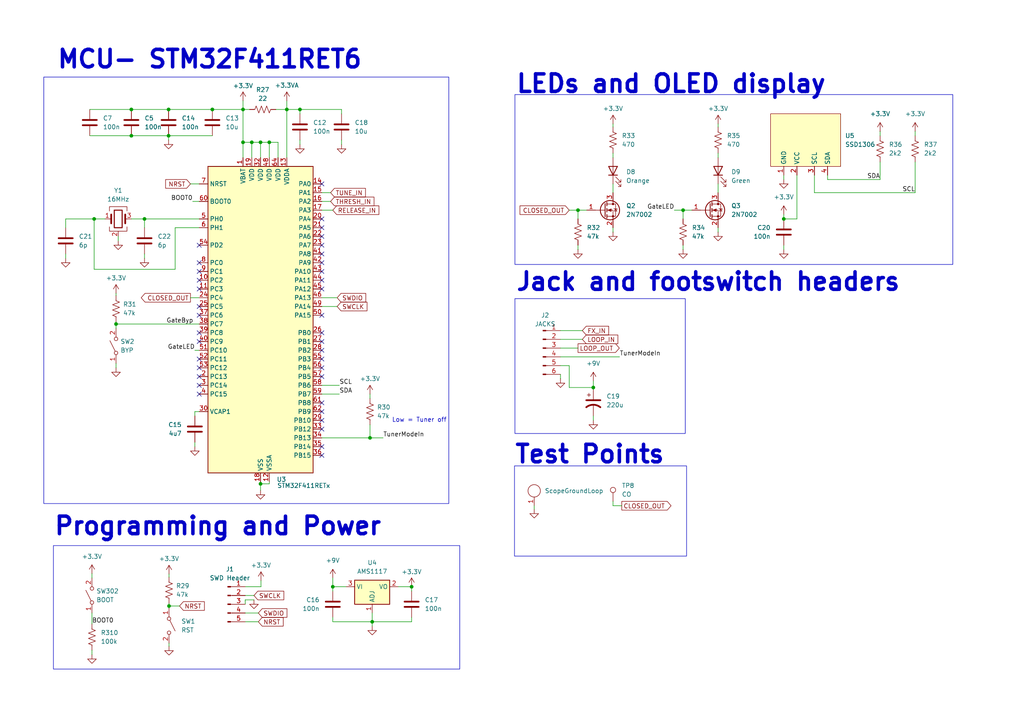
<source format=kicad_sch>
(kicad_sch (version 20250114) (generator "eeschema") (generator_version "9.0")
  (paper "A4")
  (lib_symbols
    (symbol "+3.3V_1" (power) (pin_numbers (hide yes)) (pin_names (offset 0) (hide yes))
      (property "Value" "+3.3V" (at 0 3.556 0))
      (symbol "+3.3V_1_0_1"
        (polyline (pts (xy -0.762 1.27) (xy 0 2.54)))
        (polyline (pts (xy 0 2.54) (xy 0.762 1.27)))
        (polyline (pts (xy 0 0) (xy 0 2.54)))
      )
      (symbol "+3.3V_1_1_1"
        (pin power_in line (at 0 0 90) (length 0) (name "~") (number "1"))
      )
    )
    (symbol "Connector:Conn_01x05_Pin" (pin_names (offset 1.016) (hide yes))
      (property "Reference" "J" (at 0 7.62 0))
      (property "Value" "Conn_01x05_Pin" (at 0 -7.62 0))
      (symbol "Conn_01x05_Pin_1_1"
        (rectangle (start 0.8636 5.207) (end 0 4.953) (stroke (width 0.1524)) (fill (type outline)))
        (rectangle (start 0.8636 2.667) (end 0 2.413) (stroke (width 0.1524)) (fill (type outline)))
        (rectangle (start 0.8636 0.127) (end 0 -0.127) (stroke (width 0.1524)) (fill (type outline)))
        (rectangle (start 0.8636 -2.413) (end 0 -2.667) (stroke (width 0.1524)) (fill (type outline)))
        (rectangle (start 0.8636 -4.953) (end 0 -5.207) (stroke (width 0.1524)) (fill (type outline)))
        (polyline (pts (xy 1.27 5.08) (xy 0.8636 5.08)) (stroke (width 0.1524)))
        (polyline (pts (xy 1.27 2.54) (xy 0.8636 2.54)) (stroke (width 0.1524)))
        (polyline (pts (xy 1.27 0) (xy 0.8636 0)) (stroke (width 0.1524)))
        (polyline (pts (xy 1.27 -2.54) (xy 0.8636 -2.54)) (stroke (width 0.1524)))
        (polyline (pts (xy 1.27 -5.08) (xy 0.8636 -5.08)) (stroke (width 0.1524)))
        (pin passive line (at 5.08 5.08 180) (length 3.81) (name "Pin_1") (number "1"))
        (pin passive line (at 5.08 2.54 180) (length 3.81) (name "Pin_2") (number "2"))
        (pin passive line (at 5.08 0 180) (length 3.81) (name "Pin_3") (number "3"))
        (pin passive line (at 5.08 -2.54 180) (length 3.81) (name "Pin_4") (number "4"))
        (pin passive line (at 5.08 -5.08 180) (length 3.81) (name "Pin_5") (number "5"))
      )
    )
    (symbol "Connector:Conn_01x06_Pin" (pin_names (offset 1.016) (hide yes))
      (property "Reference" "J" (at 0 7.62 0))
      (property "Value" "Conn_01x06_Pin" (at 0 -10.16 0))
      (symbol "Conn_01x06_Pin_1_1"
        (rectangle (start 0.8636 5.207) (end 0 4.953) (stroke (width 0.1524)) (fill (type outline)))
        (rectangle (start 0.8636 2.667) (end 0 2.413) (stroke (width 0.1524)) (fill (type outline)))
        (rectangle (start 0.8636 0.127) (end 0 -0.127) (stroke (width 0.1524)) (fill (type outline)))
        (rectangle (start 0.8636 -2.413) (end 0 -2.667) (stroke (width 0.1524)) (fill (type outline)))
        (rectangle (start 0.8636 -4.953) (end 0 -5.207) (stroke (width 0.1524)) (fill (type outline)))
        (rectangle (start 0.8636 -7.493) (end 0 -7.747) (stroke (width 0.1524)) (fill (type outline)))
        (polyline (pts (xy 1.27 5.08) (xy 0.8636 5.08)) (stroke (width 0.1524)))
        (polyline (pts (xy 1.27 2.54) (xy 0.8636 2.54)) (stroke (width 0.1524)))
        (polyline (pts (xy 1.27 0) (xy 0.8636 0)) (stroke (width 0.1524)))
        (polyline (pts (xy 1.27 -2.54) (xy 0.8636 -2.54)) (stroke (width 0.1524)))
        (polyline (pts (xy 1.27 -5.08) (xy 0.8636 -5.08)) (stroke (width 0.1524)))
        (polyline (pts (xy 1.27 -7.62) (xy 0.8636 -7.62)) (stroke (width 0.1524)))
        (pin passive line (at 5.08 5.08 180) (length 3.81) (name "Pin_1") (number "1"))
        (pin passive line (at 5.08 2.54 180) (length 3.81) (name "Pin_2") (number "2"))
        (pin passive line (at 5.08 0 180) (length 3.81) (name "Pin_3") (number "3"))
        (pin passive line (at 5.08 -2.54 180) (length 3.81) (name "Pin_4") (number "4"))
        (pin passive line (at 5.08 -5.08 180) (length 3.81) (name "Pin_5") (number "5"))
        (pin passive line (at 5.08 -7.62 180) (length 3.81) (name "Pin_6") (number "6"))
      )
    )
    (symbol "Connector:ScopeGroundLoop"
      (property "Value" "ScopeGroundLoop" (at 0 0 0))
      (symbol "ScopeGroundLoop_0_1"
        (circle (center 0 -3.3) (radius 1.8))
      )
      (symbol "ScopeGroundLoop_1_1"
        (pin passive line (at 0 -7.62 90) (length 2.54) (name "") (number "1"))
      )
    )
    (symbol "Connector:TestPoint" (pin_numbers (hide yes)) (pin_names (offset 0.762) (hide yes)) (in_bom no)
      (property "Reference" "TP" (at 0 6.858 0))
      (property "Value" "TestPoint" (at 0 5.08 0))
      (symbol "TestPoint_0_1"
        (circle (center 0 3.302) (radius 0.762))
      )
      (symbol "TestPoint_1_1"
        (pin passive line (at 0 0 90) (length 2.54) (name "1") (number "1"))
      )
    )
    (symbol "Device:C" (pin_numbers (hide yes)) (pin_names (offset 0.254))
      (property "Reference" "C" (at 0.635 2.54 0))
      (property "Value" "C" (at 0.635 -2.54 0))
      (symbol "C_0_1"
        (polyline (pts (xy -2.032 0.762) (xy 2.032 0.762)) (stroke (width 0.508)))
        (polyline (pts (xy -2.032 -0.762) (xy 2.032 -0.762)) (stroke (width 0.508)))
      )
      (symbol "C_1_1"
        (pin passive line (at 0 3.81 270) (length 2.794) (name "~") (number "1"))
        (pin passive line (at 0 -3.81 90) (length 2.794) (name "~") (number "2"))
      )
    )
    (symbol "Device:C_Polarized_US" (pin_numbers (hide yes)) (pin_names (offset 0.254) (hide yes))
      (property "Reference" "C" (at 0.635 2.54 0))
      (property "Value" "C_Polarized_US" (at 0.635 -2.54 0))
      (symbol "C_Polarized_US_0_1"
        (polyline (pts (xy -2.032 0.762) (xy 2.032 0.762)) (stroke (width 0.508)))
        (polyline (pts (xy -1.778 2.286) (xy -0.762 2.286)))
        (polyline (pts (xy -1.27 1.778) (xy -1.27 2.794)))
        (arc (start -2.032 -1.27) (mid 0 -0.5572) (end 2.032 -1.27) (stroke (width 0.508)))
      )
      (symbol "C_Polarized_US_1_1"
        (pin passive line (at 0 3.81 270) (length 2.794) (name "~") (number "1"))
        (pin passive line (at 0 -3.81 90) (length 3.302) (name "~") (number "2"))
      )
    )
    (symbol "Device:Crystal_GND24" (pin_names (offset 1.016) (hide yes))
      (property "Reference" "Y" (at 3.175 5.08 0))
      (property "Value" "Crystal_GND24" (at 3.175 3.175 0))
      (symbol "Crystal_GND24_0_1"
        (polyline (pts (xy -2.54 2.286) (xy -2.54 3.556) (xy 2.54 3.556) (xy 2.54 2.286)))
        (polyline (pts (xy -2.54 0) (xy -2.032 0)))
        (polyline (pts (xy -2.54 -2.286) (xy -2.54 -3.556) (xy 2.54 -3.556) (xy 2.54 -2.286)))
        (polyline (pts (xy -2.032 -1.27) (xy -2.032 1.27)) (stroke (width 0.508)))
        (rectangle (start -1.143 2.54) (end 1.143 -2.54) (stroke (width 0.3048)))
        (polyline (pts (xy 0 -3.81) (xy 0 -3.556)))
        (polyline (pts (xy 2.032 0) (xy 2.54 0)))
        (polyline (pts (xy 2.032 -1.27) (xy 2.032 1.27)) (stroke (width 0.508)))
      )
      (symbol "Crystal_GND24_1_1"
        (pin passive line (at -3.81 0 0) (length 1.27) (name "1") (number "1"))
        (pin passive line (at 0 -5.08 90) (length 1.27) (name "G") (number "2"))
        (pin passive line (at 0 -5.08 90) (length 1.27) (hide yes) (name "G") (number "4"))
        (pin passive line (at 3.81 0 180) (length 1.27) (name "3") (number "3"))
      )
    )
    (symbol "Device:LED" (pin_numbers (hide yes)) (pin_names (offset 1.016) (hide yes))
      (property "Reference" "D" (at 0 2.54 0))
      (property "Value" "LED" (at 0 -2.54 0))
      (symbol "LED_0_1"
        (polyline (pts (xy -3.048 -0.762) (xy -4.572 -2.286) (xy -3.81 -2.286) (xy -4.572 -2.286) (xy -4.572 -1.524)))
        (polyline (pts (xy -1.778 -0.762) (xy -3.302 -2.286) (xy -2.54 -2.286) (xy -3.302 -2.286) (xy -3.302 -1.524)))
        (polyline (pts (xy -1.27 0) (xy 1.27 0)))
        (polyline (pts (xy -1.27 -1.27) (xy -1.27 1.27)) (stroke (width 0.254)))
        (polyline (pts (xy 1.27 -1.27) (xy 1.27 1.27) (xy -1.27 0) (xy 1.27 -1.27)) (stroke (width 0.254)))
      )
      (symbol "LED_1_1"
        (pin passive line (at -3.81 0 0) (length 2.54) (name "K") (number "1"))
        (pin passive line (at 3.81 0 180) (length 2.54) (name "A") (number "2"))
      )
    )
    (symbol "Device:R_US" (pin_numbers (hide yes)) (pin_names (offset 0))
      (property "Reference" "R" (at 2.54 0 90))
      (property "Value" "R_US" (at -2.54 0 90))
      (symbol "R_US_0_1"
        (polyline (pts (xy 0 2.286) (xy 0 2.54)))
        (polyline (pts (xy 0 2.286) (xy 1.016 1.905) (xy 0 1.524) (xy -1.016 1.143) (xy 0 0.762)))
        (polyline (pts (xy 0 0.762) (xy 1.016 0.381) (xy 0 0) (xy -1.016 -0.381) (xy 0 -0.762)))
        (polyline (pts (xy 0 -0.762) (xy 1.016 -1.143) (xy 0 -1.524) (xy -1.016 -1.905) (xy 0 -2.286)))
        (polyline (pts (xy 0 -2.286) (xy 0 -2.54)))
      )
      (symbol "R_US_1_1"
        (pin passive line (at 0 3.81 270) (length 1.27) (name "~") (number "1"))
        (pin passive line (at 0 -3.81 90) (length 1.27) (name "~") (number "2"))
      )
    )
    (symbol "Display_Graphic:SSD1306_OLED_128x64"
      (property "Reference" "U105" (at 11.43 -5.08 0))
      (property "Value" "SSD1306" (at 0 0 0))
      (symbol "SSD1306_OLED_128x64_1_1"
        (rectangle (start -10.16 2.54) (end 10.16 -12.7) (fill (type background)))
        (pin power_in line (at -6.35 -15.24 90) (length 2.54) (name "GND") (number "1"))
        (pin power_in line (at -2.54 -15.24 90) (length 2.54) (name "VCC") (number "2"))
        (pin input line (at 2.54 -15.24 90) (length 2.54) (name "SCL") (number "3"))
        (pin input line (at 6.35 -15.24 90) (length 2.54) (name "SDA") (number "4"))
      )
    )
    (symbol "GND_1" (power) (pin_numbers (hide yes)) (pin_names (offset 0) (hide yes))
      (symbol "GND_1_0_1"
        (polyline (pts (xy 0 0) (xy 0 -1.27) (xy 1.27 -1.27) (xy 0 -2.54) (xy -1.27 -1.27) (xy 0 -1.27)))
      )
      (symbol "GND_1_1_1"
        (pin power_in line (at 0 0 270) (length 0) (name "~") (number "1"))
      )
    )
    (symbol "MCU_ST_STM32F4:STM32F411RETx"
      (property "Reference" "U" (at -15.24 46.99 0))
      (property "Value" "STM32F411RETx" (at 10.16 46.99 0))
      (symbol "STM32F411RETx_0_1"
        (rectangle (start -15.24 -43.18) (end 15.24 45.72) (stroke (width 0.254)) (fill (type background)))
      )
      (symbol "STM32F411RETx_1_1"
        (pin input line (at -17.78 40.64 0) (length 2.54) (name "NRST") (number "7"))
        (pin input line (at -17.78 35.56 0) (length 2.54) (name "BOOT0") (number "60"))
        (pin bidirectional line (at -17.78 30.48 0) (length 2.54) (name "PH0") (number "5"))
        (pin bidirectional line (at -17.78 27.94 0) (length 2.54) (name "PH1") (number "6"))
        (pin bidirectional line (at -17.78 22.86 0) (length 2.54) (name "PD2") (number "54"))
        (pin bidirectional line (at -17.78 17.78 0) (length 2.54) (name "PC0") (number "8"))
        (pin bidirectional line (at -17.78 15.24 0) (length 2.54) (name "PC1") (number "9"))
        (pin bidirectional line (at -17.78 12.7 0) (length 2.54) (name "PC2") (number "10"))
        (pin bidirectional line (at -17.78 10.16 0) (length 2.54) (name "PC3") (number "11"))
        (pin bidirectional line (at -17.78 7.62 0) (length 2.54) (name "PC4") (number "24"))
        (pin bidirectional line (at -17.78 5.08 0) (length 2.54) (name "PC5") (number "25"))
        (pin bidirectional line (at -17.78 2.54 0) (length 2.54) (name "PC6") (number "37"))
        (pin bidirectional line (at -17.78 0 0) (length 2.54) (name "PC7") (number "38"))
        (pin bidirectional line (at -17.78 -2.54 0) (length 2.54) (name "PC8") (number "39"))
        (pin bidirectional line (at -17.78 -5.08 0) (length 2.54) (name "PC9") (number "40"))
        (pin bidirectional line (at -17.78 -7.62 0) (length 2.54) (name "PC10") (number "51"))
        (pin bidirectional line (at -17.78 -10.16 0) (length 2.54) (name "PC11") (number "52"))
        (pin bidirectional line (at -17.78 -12.7 0) (length 2.54) (name "PC12") (number "53"))
        (pin bidirectional line (at -17.78 -15.24 0) (length 2.54) (name "PC13") (number "2"))
        (pin bidirectional line (at -17.78 -17.78 0) (length 2.54) (name "PC14") (number "3"))
        (pin bidirectional line (at -17.78 -20.32 0) (length 2.54) (name "PC15") (number "4"))
        (pin power_out line (at -17.78 -25.4 0) (length 2.54) (name "VCAP1") (number "30"))
        (pin power_in line (at -5.08 48.26 270) (length 2.54) (name "VBAT") (number "1"))
        (pin power_in line (at -2.54 48.26 270) (length 2.54) (name "VDD") (number "19"))
        (pin power_in line (at 0 48.26 270) (length 2.54) (name "VDD") (number "32"))
        (pin power_in line (at 0 -45.72 90) (length 2.54) (name "VSS") (number "18"))
        (pin passive line (at 0 -45.72 90) (length 2.54) (hide yes) (name "VSS") (number "31"))
        (pin passive line (at 0 -45.72 90) (length 2.54) (hide yes) (name "VSS") (number "47"))
        (pin passive line (at 0 -45.72 90) (length 2.54) (hide yes) (name "VSS") (number "63"))
        (pin power_in line (at 2.54 48.26 270) (length 2.54) (name "VDD") (number "48"))
        (pin power_in line (at 2.54 -45.72 90) (length 2.54) (name "VSSA") (number "12"))
        (pin power_in line (at 5.08 48.26 270) (length 2.54) (name "VDD") (number "64"))
        (pin power_in line (at 7.62 48.26 270) (length 2.54) (name "VDDA") (number "13"))
        (pin bidirectional line (at 17.78 40.64 180) (length 2.54) (name "PA0") (number "14"))
        (pin bidirectional line (at 17.78 38.1 180) (length 2.54) (name "PA1") (number "15"))
        (pin bidirectional line (at 17.78 35.56 180) (length 2.54) (name "PA2") (number "16"))
        (pin bidirectional line (at 17.78 33.02 180) (length 2.54) (name "PA3") (number "17"))
        (pin bidirectional line (at 17.78 30.48 180) (length 2.54) (name "PA4") (number "20"))
        (pin bidirectional line (at 17.78 27.94 180) (length 2.54) (name "PA5") (number "21"))
        (pin bidirectional line (at 17.78 25.4 180) (length 2.54) (name "PA6") (number "22"))
        (pin bidirectional line (at 17.78 22.86 180) (length 2.54) (name "PA7") (number "23"))
        (pin bidirectional line (at 17.78 20.32 180) (length 2.54) (name "PA8") (number "41"))
        (pin bidirectional line (at 17.78 17.78 180) (length 2.54) (name "PA9") (number "42"))
        (pin bidirectional line (at 17.78 15.24 180) (length 2.54) (name "PA10") (number "43"))
        (pin bidirectional line (at 17.78 12.7 180) (length 2.54) (name "PA11") (number "44"))
        (pin bidirectional line (at 17.78 10.16 180) (length 2.54) (name "PA12") (number "45"))
        (pin bidirectional line (at 17.78 7.62 180) (length 2.54) (name "PA13") (number "46"))
        (pin bidirectional line (at 17.78 5.08 180) (length 2.54) (name "PA14") (number "49"))
        (pin bidirectional line (at 17.78 2.54 180) (length 2.54) (name "PA15") (number "50"))
        (pin bidirectional line (at 17.78 -2.54 180) (length 2.54) (name "PB0") (number "26"))
        (pin bidirectional line (at 17.78 -5.08 180) (length 2.54) (name "PB1") (number "27"))
        (pin bidirectional line (at 17.78 -7.62 180) (length 2.54) (name "PB2") (number "28"))
        (pin bidirectional line (at 17.78 -10.16 180) (length 2.54) (name "PB3") (number "55"))
        (pin bidirectional line (at 17.78 -12.7 180) (length 2.54) (name "PB4") (number "56"))
        (pin bidirectional line (at 17.78 -15.24 180) (length 2.54) (name "PB5") (number "57"))
        (pin bidirectional line (at 17.78 -17.78 180) (length 2.54) (name "PB6") (number "58"))
        (pin bidirectional line (at 17.78 -20.32 180) (length 2.54) (name "PB7") (number "59"))
        (pin bidirectional line (at 17.78 -22.86 180) (length 2.54) (name "PB8") (number "61"))
        (pin bidirectional line (at 17.78 -25.4 180) (length 2.54) (name "PB9") (number "62"))
        (pin bidirectional line (at 17.78 -27.94 180) (length 2.54) (name "PB10") (number "29"))
        (pin bidirectional line (at 17.78 -30.48 180) (length 2.54) (name "PB12") (number "33"))
        (pin bidirectional line (at 17.78 -33.02 180) (length 2.54) (name "PB13") (number "34"))
        (pin bidirectional line (at 17.78 -35.56 180) (length 2.54) (name "PB14") (number "35"))
        (pin bidirectional line (at 17.78 -38.1 180) (length 2.54) (name "PB15") (number "36"))
      )
    )
    (symbol "PCM_4ms_Power-symbol:+9V" (power) (pin_names (offset 0))
      (property "Value" "+9V" (at 0 3.556 0))
      (symbol "+9V_0_1"
        (polyline (pts (xy -0.762 1.27) (xy 0 2.54)))
        (polyline (pts (xy 0 2.54) (xy 0.762 1.27)))
        (polyline (pts (xy 0 0) (xy 0 2.54)))
      )
      (symbol "+9V_1_1"
        (pin power_in line (at 0 0 90) (length 0) (hide yes) (name "+9V") (number "1"))
      )
    )
    (symbol "Regulator_Linear:AMS1117"
      (property "Reference" "U" (at -3.81 3.175 0))
      (property "Value" "AMS1117" (at 0 3.175 0))
      (symbol "AMS1117_0_1"
        (rectangle (start -5.08 -5.08) (end 5.08 1.905) (stroke (width 0.254)) (fill (type background)))
      )
      (symbol "AMS1117_1_1"
        (pin power_in line (at -7.62 0 0) (length 2.54) (name "VI") (number "3"))
        (pin input line (at 0 -7.62 90) (length 2.54) (name "ADJ") (number "1"))
        (pin power_out line (at 7.62 0 180) (length 2.54) (name "VO") (number "2"))
      )
    )
    (symbol "Switch:SW_SPST" (pin_names (offset 0) (hide yes))
      (property "Reference" "SW" (at 0 3.175 0))
      (property "Value" "SW_SPST" (at 0 -2.54 0))
      (symbol "SW_SPST_0_0"
        (circle (center -2.032 0) (radius 0.508))
        (polyline (pts (xy -1.524 0.254) (xy 1.524 1.778)))
        (circle (center 2.032 0) (radius 0.508))
      )
      (symbol "SW_SPST_1_1"
        (pin passive line (at -5.08 0 0) (length 2.54) (name "A") (number "1"))
        (pin passive line (at 5.08 0 180) (length 2.54) (name "B") (number "2"))
      )
    )
    (symbol "Transistor_FET:2N7002" (pin_names (hide yes))
      (property "Reference" "Q" (at 5.08 1.905 0))
      (property "Value" "2N7002" (at 5.08 0 0))
      (symbol "2N7002_0_1"
        (polyline (pts (xy 0.254 1.905) (xy 0.254 -1.905)) (stroke (width 0.254)))
        (polyline (pts (xy 0.254 0) (xy -2.54 0)))
        (polyline (pts (xy 0.762 2.286) (xy 0.762 1.27)) (stroke (width 0.254)))
        (polyline (pts (xy 0.762 0.508) (xy 0.762 -0.508)) (stroke (width 0.254)))
        (polyline (pts (xy 0.762 -1.27) (xy 0.762 -2.286)) (stroke (width 0.254)))
        (polyline (pts (xy 0.762 -1.778) (xy 3.302 -1.778) (xy 3.302 1.778) (xy 0.762 1.778)))
        (polyline (pts (xy 1.016 0) (xy 2.032 0.381) (xy 2.032 -0.381) (xy 1.016 0)) (fill (type outline)))
        (circle (center 1.651 0) (radius 2.794) (stroke (width 0.254)))
        (polyline (pts (xy 2.54 2.54) (xy 2.54 1.778)))
        (circle (center 2.54 1.778) (radius 0.254) (fill (type outline)))
        (circle (center 2.54 -1.778) (radius 0.254) (fill (type outline)))
        (polyline (pts (xy 2.54 -2.54) (xy 2.54 0) (xy 0.762 0)))
        (polyline (pts (xy 2.794 0.508) (xy 2.921 0.381) (xy 3.683 0.381) (xy 3.81 0.254)))
        (polyline (pts (xy 3.302 0.381) (xy 2.921 -0.254) (xy 3.683 -0.254) (xy 3.302 0.381)))
      )
      (symbol "2N7002_1_1"
        (pin input line (at -5.08 0 0) (length 2.54) (name "G") (number "1"))
        (pin passive line (at 2.54 5.08 270) (length 2.54) (name "D") (number "3"))
        (pin passive line (at 2.54 -5.08 90) (length 2.54) (name "S") (number "2"))
      )
    )
    (symbol "power:+3.3V" (power) (pin_names (offset 0))
      (property "Value" "+3.3V" (at 0 3.556 0))
      (symbol "+3.3V_0_1"
        (polyline (pts (xy -0.762 1.27) (xy 0 2.54)))
        (polyline (pts (xy 0 2.54) (xy 0.762 1.27)))
        (polyline (pts (xy 0 0) (xy 0 2.54)))
      )
      (symbol "+3.3V_1_1"
        (pin power_in line (at 0 0 90) (length 0) (hide yes) (name "+3.3V") (number "1"))
      )
    )
    (symbol "power:+3.3VA" (power) (pin_numbers (hide yes)) (pin_names (offset 0) (hide yes))
      (property "Value" "+3.3VA" (at 0 3.556 0))
      (symbol "+3.3VA_0_1"
        (polyline (pts (xy -0.762 1.27) (xy 0 2.54)))
        (polyline (pts (xy 0 2.54) (xy 0.762 1.27)))
        (polyline (pts (xy 0 0) (xy 0 2.54)))
      )
      (symbol "+3.3VA_1_1"
        (pin power_in line (at 0 0 90) (length 0) (name "~") (number "1"))
      )
    )
    (symbol "power:GND" (power) (pin_names (offset 0))
      (symbol "GND_0_1"
        (polyline (pts (xy 0 0) (xy 0 -1.27) (xy 1.27 -1.27) (xy 0 -2.54) (xy -1.27 -1.27) (xy 0 -1.27)))
      )
      (symbol "GND_1_1"
        (pin power_in line (at 0 0 270) (length 0) (hide yes) (name "GND") (number "1"))
      )
    )
  )
  (rectangle (start 12.7 22.352) (end 130.175 146.05))
  (rectangle (start 149.352 27.432) (end 276.352 76.708))
  (rectangle (start 15.494 158.242) (end 133.35 194.056))
  (rectangle (start 149.225 135.128) (end 199.136 161.29))
  (rectangle (start 149.352 86.614) (end 198.755 125.73))
  (text "LEDs and OLED display" (at 149.352 27.432 0) (effects (font (size 5.08 5.08) (thickness 1.016) (bold yes)) (justify left bottom)))
  (text "Jack and footswitch headers" (at 149.352 84.836 0) (effects (font (size 5.08 5.08) (thickness 1.016) (bold yes)) (justify left bottom)))
  (text "Programming and Power" (at 15.367 155.702 0) (effects (font (size 5.08 5.08) (thickness 1.016) (bold yes)) (justify left bottom)))
  (text "Low = Tuner off" (at 113.665 121.92 0) (effects (font (size 1.27 1.27)) (justify left)))
  (text "MCU- STM32F411RET6" (at 16.256 20.32 0) (effects (font (size 5.08 5.08) (thickness 1.016) (bold yes)) (justify left bottom)))
  (text "Test Points" (at 148.971 134.874 0) (effects (font (size 5.08 5.08) (thickness 1.016) (bold yes)) (justify left bottom)))
  (junction (at 198.12 60.96))
  (junction (at 96.52 170.18))
  (junction (at 107.315 127))
  (junction (at 75.565 41.275))
  (junction (at 49.022 175.768))
  (junction (at 48.895 31.75))
  (junction (at 70.485 41.275))
  (junction (at 75.565 140.335))
  (junction (at 83.185 31.75))
  (junction (at 27.305 63.5))
  (junction (at 73.025 41.275))
  (junction (at 48.895 39.37))
  (junction (at 107.95 180.34))
  (junction (at 70.485 31.75))
  (junction (at 33.655 93.98))
  (junction (at 61.595 31.75))
  (junction (at 38.1 39.37))
  (junction (at 38.1 31.75))
  (junction (at 172.085 112.395))
  (junction (at 227.33 63.5))
  (junction (at 119.38 170.18))
  (junction (at 41.91 63.5))
  (junction (at 78.105 41.275))
  (junction (at 86.995 31.75))
  (junction (at 167.64 60.96))
  (no_connect (at 57.785 71.12))
  (no_connect (at 57.785 111.76))
  (no_connect (at 93.345 78.74))
  (no_connect (at 93.345 99.06))
  (no_connect (at 93.345 71.12))
  (no_connect (at 57.785 109.22))
  (no_connect (at 93.345 91.44))
  (no_connect (at 93.345 129.54))
  (no_connect (at 57.785 91.44))
  (no_connect (at 93.345 116.84))
  (no_connect (at 93.345 63.5))
  (no_connect (at 93.345 68.58))
  (no_connect (at 93.345 106.68))
  (no_connect (at 57.785 114.3))
  (no_connect (at 57.785 81.28))
  (no_connect (at 57.785 88.9))
  (no_connect (at 57.785 106.68))
  (no_connect (at 93.345 104.14))
  (no_connect (at 93.345 109.22))
  (no_connect (at 57.785 96.52))
  (no_connect (at 93.345 124.46))
  (no_connect (at 93.345 101.6))
  (no_connect (at 57.785 99.06))
  (no_connect (at 57.785 76.2))
  (no_connect (at 93.345 119.38))
  (no_connect (at 93.345 73.66))
  (no_connect (at 93.345 53.34))
  (no_connect (at 93.345 76.2))
  (no_connect (at 93.345 83.82))
  (no_connect (at 57.785 83.82))
  (no_connect (at 57.785 78.74))
  (no_connect (at 93.345 96.52))
  (no_connect (at 57.785 104.14))
  (no_connect (at 93.345 66.04))
  (no_connect (at 93.345 81.28))
  (no_connect (at 93.345 121.92))
  (no_connect (at 93.345 132.08))
  (wire (pts (xy 179.705 103.505) (xy 162.56 103.505)))
  (wire (pts (xy 208.28 35.941) (xy 208.28 36.83)))
  (wire (pts (xy 56.515 101.6) (xy 57.785 101.6)))
  (wire (pts (xy 61.595 39.37) (xy 48.895 39.37)))
  (wire (pts (xy 154.94 146.685) (xy 154.94 147.701)))
  (wire (pts (xy 33.655 93.345) (xy 33.655 93.98)))
  (wire (pts (xy 107.315 114.3) (xy 107.315 115.57)))
  (wire (pts (xy 167.64 60.96) (xy 170.18 60.96)))
  (wire (pts (xy 162.56 100.965) (xy 167.64 100.965)))
  (wire (pts (xy 70.485 29.21) (xy 70.485 31.75)))
  (wire (pts (xy 80.645 45.72) (xy 80.645 41.275)))
  (wire (pts (xy 86.995 31.75) (xy 83.185 31.75)))
  (wire (pts (xy 86.995 33.02) (xy 86.995 31.75)))
  (wire (pts (xy 57.785 86.36) (xy 55.245 86.36)))
  (wire (pts (xy 41.91 63.5) (xy 57.785 63.5)))
  (wire (pts (xy 177.8 35.941) (xy 177.8 36.83)))
  (wire (pts (xy 227.33 50.8) (xy 227.33 52.07)))
  (wire (pts (xy 19.05 66.04) (xy 19.05 63.5)))
  (wire (pts (xy 33.655 105.41) (xy 33.655 106.68)))
  (wire (pts (xy 70.485 31.75) (xy 70.485 41.275)))
  (wire (pts (xy 34.29 68.58) (xy 34.29 69.85)))
  (wire (pts (xy 208.28 66.04) (xy 208.28 67.31)))
  (wire (pts (xy 177.8 146.685) (xy 177.8 145.415)))
  (wire (pts (xy 38.1 39.37) (xy 48.895 39.37)))
  (wire (pts (xy 172.085 120.65) (xy 172.085 121.92)))
  (wire (pts (xy 78.105 139.7) (xy 78.105 140.335)))
  (wire (pts (xy 83.185 45.72) (xy 83.185 31.75)))
  (wire (pts (xy 236.22 55.88) (xy 236.22 50.8)))
  (wire (pts (xy 172.085 113.03) (xy 172.085 112.395)))
  (wire (pts (xy 119.38 180.34) (xy 119.38 179.07)))
  (wire (pts (xy 240.03 52.07) (xy 255.27 52.07)))
  (wire (pts (xy 26.67 188.595) (xy 26.67 189.865)))
  (wire (pts (xy 19.05 63.5) (xy 27.305 63.5)))
  (wire (pts (xy 75.565 41.275) (xy 75.565 45.72)))
  (wire (pts (xy 55.245 53.34) (xy 57.785 53.34)))
  (wire (pts (xy 73.025 41.275) (xy 70.485 41.275)))
  (wire (pts (xy 86.995 40.64) (xy 86.995 41.91)))
  (wire (pts (xy 27.305 78.105) (xy 50.8 78.105)))
  (wire (pts (xy 27.305 63.5) (xy 27.305 78.105)))
  (wire (pts (xy 119.38 170.18) (xy 119.38 171.45)))
  (wire (pts (xy 198.12 60.96) (xy 198.12 63.5)))
  (wire (pts (xy 96.52 179.07) (xy 96.52 180.34)))
  (wire (pts (xy 49.022 186.563) (xy 49.022 187.452)))
  (wire (pts (xy 70.485 31.75) (xy 72.39 31.75)))
  (wire (pts (xy 93.345 55.88) (xy 95.885 55.88)))
  (wire (pts (xy 78.105 140.335) (xy 75.565 140.335)))
  (wire (pts (xy 71.12 180.34) (xy 74.93 180.34)))
  (wire (pts (xy 93.345 127) (xy 107.315 127)))
  (wire (pts (xy 165.1 112.395) (xy 172.085 112.395)))
  (wire (pts (xy 107.315 123.19) (xy 107.315 127)))
  (wire (pts (xy 96.52 180.34) (xy 107.95 180.34)))
  (wire (pts (xy 57.785 119.38) (xy 56.515 119.38)))
  (wire (pts (xy 99.06 33.02) (xy 99.06 31.75)))
  (wire (pts (xy 38.1 63.5) (xy 41.91 63.5)))
  (wire (pts (xy 167.64 71.12) (xy 167.64 72.39)))
  (wire (pts (xy 107.95 180.34) (xy 107.95 181.61)))
  (wire (pts (xy 100.33 170.18) (xy 96.52 170.18)))
  (wire (pts (xy 172.085 112.395) (xy 172.085 110.49)))
  (wire (pts (xy 165.1 106.045) (xy 165.1 112.395)))
  (wire (pts (xy 75.565 140.335) (xy 75.565 142.24)))
  (wire (pts (xy 26.035 39.37) (xy 38.1 39.37)))
  (wire (pts (xy 26.035 31.75) (xy 38.1 31.75)))
  (wire (pts (xy 96.52 170.18) (xy 96.52 171.45)))
  (wire (pts (xy 99.06 40.64) (xy 99.06 41.91)))
  (wire (pts (xy 240.03 50.8) (xy 240.03 52.07)))
  (wire (pts (xy 33.655 93.98) (xy 33.655 95.25)))
  (wire (pts (xy 49.022 166.497) (xy 49.022 167.386)))
  (wire (pts (xy 231.14 50.8) (xy 231.14 63.5)))
  (wire (pts (xy 71.12 173.99) (xy 73.66 173.99)))
  (wire (pts (xy 41.91 63.5) (xy 41.91 66.04)))
  (wire (pts (xy 93.345 88.9) (xy 97.79 88.9)))
  (wire (pts (xy 71.12 175.26) (xy 71.12 173.99)))
  (wire (pts (xy 265.43 38.1) (xy 265.43 39.37)))
  (wire (pts (xy 71.12 177.8) (xy 74.93 177.8)))
  (wire (pts (xy 55.88 58.42) (xy 57.785 58.42)))
  (wire (pts (xy 26.67 166.37) (xy 26.67 167.64)))
  (wire (pts (xy 71.12 170.18) (xy 75.692 170.18)))
  (wire (pts (xy 75.565 139.7) (xy 75.565 140.335)))
  (wire (pts (xy 56.515 119.38) (xy 56.515 120.65)))
  (wire (pts (xy 255.27 38.1) (xy 255.27 39.37)))
  (wire (pts (xy 83.185 31.75) (xy 80.01 31.75)))
  (wire (pts (xy 48.895 39.37) (xy 48.895 40.64)))
  (wire (pts (xy 30.48 63.5) (xy 27.305 63.5)))
  (wire (pts (xy 93.345 114.3) (xy 98.425 114.3)))
  (wire (pts (xy 75.692 170.18) (xy 75.692 168.402)))
  (wire (pts (xy 162.56 106.045) (xy 165.1 106.045)))
  (wire (pts (xy 93.345 111.76) (xy 98.425 111.76)))
  (wire (pts (xy 33.655 85.09) (xy 33.655 85.725)))
  (wire (pts (xy 96.52 167.64) (xy 96.52 170.18)))
  (wire (pts (xy 19.05 73.66) (xy 19.05 74.93)))
  (wire (pts (xy 162.56 95.885) (xy 168.91 95.885)))
  (wire (pts (xy 177.8 53.34) (xy 177.8 55.88)))
  (wire (pts (xy 162.56 108.585) (xy 162.56 109.855)))
  (wire (pts (xy 107.315 127) (xy 111.125 127)))
  (wire (pts (xy 177.8 66.04) (xy 177.8 67.31)))
  (wire (pts (xy 255.27 52.07) (xy 255.27 46.99)))
  (wire (pts (xy 93.345 86.36) (xy 97.79 86.36)))
  (wire (pts (xy 61.595 31.75) (xy 70.485 31.75)))
  (wire (pts (xy 227.33 71.12) (xy 227.33 72.39)))
  (wire (pts (xy 231.14 63.5) (xy 227.33 63.5)))
  (wire (pts (xy 71.12 172.72) (xy 73.66 172.72)))
  (wire (pts (xy 83.185 29.21) (xy 83.185 31.75)))
  (wire (pts (xy 198.12 60.96) (xy 200.66 60.96)))
  (wire (pts (xy 99.06 31.75) (xy 86.995 31.75)))
  (wire (pts (xy 265.43 46.99) (xy 265.43 55.88)))
  (wire (pts (xy 33.655 93.98) (xy 57.785 93.98)))
  (wire (pts (xy 115.57 170.18) (xy 119.38 170.18)))
  (wire (pts (xy 180.34 146.685) (xy 177.8 146.685)))
  (wire (pts (xy 107.95 177.8) (xy 107.95 180.34)))
  (wire (pts (xy 48.895 31.75) (xy 61.595 31.75)))
  (wire (pts (xy 73.025 41.275) (xy 73.025 45.72)))
  (wire (pts (xy 75.565 41.275) (xy 73.025 41.275)))
  (wire (pts (xy 50.8 78.105) (xy 50.8 66.04)))
  (wire (pts (xy 167.64 60.96) (xy 167.64 63.5)))
  (wire (pts (xy 56.515 128.27) (xy 56.515 129.54)))
  (wire (pts (xy 80.645 41.275) (xy 78.105 41.275)))
  (wire (pts (xy 198.12 71.12) (xy 198.12 72.39)))
  (wire (pts (xy 177.8 44.45) (xy 177.8 45.72)))
  (wire (pts (xy 107.95 180.34) (xy 119.38 180.34)))
  (wire (pts (xy 78.105 41.275) (xy 78.105 45.72)))
  (wire (pts (xy 26.67 177.8) (xy 26.67 180.975)))
  (wire (pts (xy 49.022 175.768) (xy 49.022 176.403)))
  (wire (pts (xy 93.345 58.42) (xy 95.885 58.42)))
  (wire (pts (xy 70.485 41.275) (xy 70.485 45.72)))
  (wire (pts (xy 227.33 62.23) (xy 227.33 63.5)))
  (wire (pts (xy 93.345 60.96) (xy 96.52 60.96)))
  (wire (pts (xy 50.8 66.04) (xy 57.785 66.04)))
  (wire (pts (xy 265.43 55.88) (xy 236.22 55.88)))
  (wire (pts (xy 195.58 60.96) (xy 198.12 60.96)))
  (wire (pts (xy 78.105 41.275) (xy 75.565 41.275)))
  (wire (pts (xy 208.28 53.34) (xy 208.28 55.88)))
  (wire (pts (xy 208.28 44.45) (xy 208.28 45.72)))
  (wire (pts (xy 38.1 31.75) (xy 48.895 31.75)))
  (wire (pts (xy 162.56 98.425) (xy 168.91 98.425)))
  (wire (pts (xy 165.1 60.96) (xy 167.64 60.96)))
  (wire (pts (xy 41.91 73.66) (xy 41.91 74.93)))
  (wire (pts (xy 49.022 175.768) (xy 52.07 175.768)))
  (wire (pts (xy 49.022 175.006) (xy 49.022 175.768)))
  (label "SCL" (at 265.43 55.88 180))
  (label "TunerModeIn" (at 111.125 127 0))
  (label "GateByp" (at 48.26 93.98 0))
  (label "BOOT0" (at 55.88 58.42 180))
  (label "SDA" (at 255.27 52.07 180))
  (label "BOOT0" (at 26.67 180.975 0))
  (label "GateLED" (at 56.515 101.6 180))
  (label "TunerModeIn" (at 179.705 103.505 0))
  (label "SDA" (at 98.425 114.3 0))
  (label "GateLED" (at 195.58 60.96 180))
  (label "SCL" (at 98.425 111.76 0))
  (global_label "THRESH_IN" (shape input) (at 95.885 58.42 0) (property "Intersheetrefs" "${INTERSHEET_REFS}" (effects (hide yes))))
  (global_label "TUNE_IN" (shape input) (at 95.885 55.88 0) (property "Intersheetrefs" "${INTERSHEET_REFS}" (effects (hide yes))))
  (global_label "LOOP_IN" (shape input) (at 168.91 98.425 0) (property "Intersheetrefs" "${INTERSHEET_REFS}" (effects (hide yes))))
  (global_label "NRST" (shape input) (at 74.93 180.34 0) (property "Intersheetrefs" "${INTERSHEET_REFS}" (effects (hide yes))))
  (global_label "CLOSED_OUT" (shape input) (at 165.1 60.96 180) (property "Intersheetrefs" "${INTERSHEET_REFS}" (effects (hide yes))))
  (global_label "CLOSED_OUT" (shape output) (at 55.245 86.36 180) (property "Intersheetrefs" "${INTERSHEET_REFS}" (effects (hide yes))))
  (global_label "NRST" (shape input) (at 55.245 53.34 180) (property "Intersheetrefs" "${INTERSHEET_REFS}" (effects (hide yes))))
  (global_label "CLOSED_OUT" (shape output) (at 180.34 146.685 0) (property "Intersheetrefs" "${INTERSHEET_REFS}" (effects (hide yes))))
  (global_label "SWDIO" (shape input) (at 97.79 86.36 0) (property "Intersheetrefs" "${INTERSHEET_REFS}" (effects (hide yes))))
  (global_label "RELEASE_IN" (shape input) (at 96.52 60.96 0) (property "Intersheetrefs" "${INTERSHEET_REFS}" (effects (hide yes))))
  (global_label "LOOP_OUT" (shape output) (at 167.64 100.965 0) (property "Intersheetrefs" "${INTERSHEET_REFS}" (effects (hide yes))))
  (global_label "SWCLK" (shape input) (at 97.79 88.9 0) (property "Intersheetrefs" "${INTERSHEET_REFS}" (effects (hide yes))))
  (global_label "SWDIO" (shape input) (at 74.93 177.8 0) (property "Intersheetrefs" "${INTERSHEET_REFS}" (effects (hide yes))))
  (global_label "FX_IN" (shape input) (at 168.91 95.885 0) (property "Intersheetrefs" "${INTERSHEET_REFS}" (effects (hide yes))))
  (global_label "SWCLK" (shape input) (at 73.66 172.72 0) (property "Intersheetrefs" "${INTERSHEET_REFS}" (effects (hide yes))))
  (global_label "NRST" (shape input) (at 52.07 175.768 0) (property "Intersheetrefs" "${INTERSHEET_REFS}" (effects (hide yes))))
  (symbol (lib_id "Device:C") (at 96.52 175.26 0) (mirror x) (unit 1)
    (property "Reference" "C16" (at 92.71 173.99 0) (effects (justify right)))
    (property "Value" "100n" (at 92.71 176.53 0) (effects (justify right)))
    (property "Footprint" "Capacitor_SMD:C_0805_2012Metric" (effects (hide yes)))
  )
  (symbol (lib_id "Transistor_FET:2N7002") (at 175.26 60.96 0) (unit 1)
    (property "Reference" "Q2" (at 181.61 59.6899 0) (effects (justify left)))
    (property "Value" "2N7002" (at 181.61 62.2299 0) (effects (justify left)))
    (property "Footprint" "Package_TO_SOT_SMD:SOT-23" (effects (hide yes)))
    (property "Datasheet" "https://www.onsemi.com/pub/Collateral/NDS7002A-D.PDF" (effects (hide yes)))
    (property "Description" "0.115A Id, 60V Vds, N-Channel MOSFET, SOT-23" (effects (hide yes)))
  )
  (symbol (lib_name "+3.3V_1") (lib_id "power:+3.3V") (at 255.27 38.1 0) (unit 1)
    (property "Reference" "#PWR049" (effects (hide yes)))
    (property "Value" "+3.3V" (at 255.27 33.02 0))
    (property "Description" "Power symbol creates a global label with name \"+3.3V\"" (effects (hide yes)))
  )
  (symbol (lib_id "power:+3.3VA") (at 83.185 29.21 0) (unit 1)
    (property "Reference" "#PWR020" (effects (hide yes)))
    (property "Value" "+3.3VA" (at 83.185 24.765 0))
    (property "Description" "Power symbol creates a global label with name \"+3.3VA\"" (effects (hide yes)))
  )
  (symbol (lib_id "Device:C") (at 119.38 175.26 180) (unit 1)
    (property "Reference" "C17" (at 123.19 173.99 0) (effects (justify right)))
    (property "Value" "100n" (at 123.19 176.53 0) (effects (justify right)))
    (property "Footprint" "Capacitor_SMD:C_0805_2012Metric" (effects (hide yes)))
  )
  (symbol (lib_id "power:GND") (at 107.95 181.61 0) (unit 1)
    (property "Reference" "#PWR031" (effects (hide yes)))
    (property "Value" "GND" (effects (hide yes)))
  )
  (symbol (lib_id "Device:R_US") (at 49.022 171.196 0) (unit 1)
    (property "Reference" "R29" (at 51.054 169.926 0) (effects (justify left)))
    (property "Value" "47k" (at 51.054 172.466 0) (effects (justify left)))
    (property "Footprint" "Resistor_SMD:R_0805_2012Metric" (effects (hide yes)))
  )
  (symbol (lib_id "PCM_4ms_Power-symbol:+9V") (at 172.085 110.49 0) (unit 1)
    (property "Reference" "#PWR036" (effects (hide yes)))
    (property "Value" "+9V" (at 172.085 105.41 0))
    (property "Description" "Power symbol creates a global label with name \"+9V\"" (effects (hide yes)))
  )
  (symbol (lib_id "Device:C") (at 56.515 124.46 0) (mirror x) (unit 1)
    (property "Reference" "C15" (at 52.705 123.19 0) (effects (justify right)))
    (property "Value" "4u7" (at 52.705 125.73 0) (effects (justify right)))
    (property "Footprint" "Capacitor_SMD:C_0805_2012Metric" (effects (hide yes)))
  )
  (symbol (lib_name "GND_1") (lib_id "power:GND") (at 167.64 72.39 0) (unit 1)
    (property "Reference" "#PWR038" (effects (hide yes)))
    (property "Value" "GND" (effects (hide yes)))
    (property "Description" "Power symbol creates a global label with name \"GND\" , ground" (effects (hide yes)))
  )
  (symbol (lib_name "GND_1") (lib_id "power:GND") (at 177.8 67.31 0) (unit 1)
    (property "Reference" "#PWR040" (effects (hide yes)))
    (property "Value" "GND" (effects (hide yes)))
    (property "Description" "Power symbol creates a global label with name \"GND\" , ground" (effects (hide yes)))
  )
  (symbol (lib_id "power:GND") (at 33.655 106.68 0) (unit 1)
    (property "Reference" "#PWR033" (effects (hide yes)))
    (property "Value" "GND" (effects (hide yes)))
  )
  (symbol (lib_id "Device:R_US") (at 167.64 67.31 180) (unit 1)
    (property "Reference" "R32" (at 170.18 66.0399 0) (effects (justify right)))
    (property "Value" "47k" (at 170.18 68.5799 0) (effects (justify right)))
    (property "Footprint" "Resistor_SMD:R_0805_2012Metric" (effects (hide yes)))
    (property "Description" "Resistor, US symbol" (effects (hide yes)))
  )
  (symbol (lib_id "Connector:ScopeGroundLoop") (at 154.94 139.065 0) (unit 1)
    (property "Reference" "J5" (effects (hide yes)))
    (property "Value" "ScopeGroundLoop" (at 157.988 142.3649 0) (effects (justify left)))
    (property "Footprint" "Connector_Wire:THT_GND_WIRE" (effects (hide yes)))
  )
  (symbol (lib_name "GND_1") (lib_id "power:GND") (at 208.28 67.31 0) (unit 1)
    (property "Reference" "#PWR045" (effects (hide yes)))
    (property "Value" "GND" (effects (hide yes)))
    (property "Description" "Power symbol creates a global label with name \"GND\" , ground" (effects (hide yes)))
  )
  (symbol (lib_id "Connector:Conn_01x05_Pin") (at 66.04 175.26 0) (unit 1)
    (property "Reference" "J1" (at 66.675 165.1 0))
    (property "Value" "SWD Header" (at 66.675 167.64 0))
    (property "Footprint" "Connector_PinHeader_2.54mm:PinHeader_1x05_P2.54mm_Vertical" (effects (hide yes)))
    (property "Description" "Generic connector, single row, 01x05, script generated" (effects (hide yes)))
  )
  (symbol (lib_id "Device:C") (at 86.995 36.83 180) (unit 1)
    (property "Reference" "C12" (at 90.805 35.56 0) (effects (justify right)))
    (property "Value" "100n" (at 90.805 38.1 0) (effects (justify right)))
    (property "Footprint" "Capacitor_SMD:C_0805_2012Metric" (effects (hide yes)))
  )
  (symbol (lib_id "Device:R_US") (at 177.8 40.64 0) (unit 1)
    (property "Reference" "R33" (at 180.34 39.3699 0) (effects (justify left)))
    (property "Value" "470" (at 180.34 41.9099 0) (effects (justify left)))
    (property "Footprint" "Resistor_SMD:R_0805_2012Metric" (effects (hide yes)))
  )
  (symbol (lib_id "Device:R_US") (at 26.67 184.785 0) (unit 1)
    (property "Reference" "R310" (at 29.21 183.515 0) (effects (justify left)))
    (property "Value" "100k" (at 29.21 186.055 0) (effects (justify left)))
    (property "Footprint" "Resistor_SMD:R_0805_2012Metric" (effects (hide yes)))
  )
  (symbol (lib_name "GND_1") (lib_id "power:GND") (at 198.12 72.39 0) (unit 1)
    (property "Reference" "#PWR043" (effects (hide yes)))
    (property "Value" "GND" (effects (hide yes)))
    (property "Description" "Power symbol creates a global label with name \"GND\" , ground" (effects (hide yes)))
  )
  (symbol (lib_id "Device:C") (at 41.91 69.85 180) (unit 1)
    (property "Reference" "C22" (at 45.72 68.58 0) (effects (justify right)))
    (property "Value" "6p" (at 45.72 71.12 0) (effects (justify right)))
    (property "Footprint" "Capacitor_SMD:C_0805_2012Metric" (effects (hide yes)))
  )
  (symbol (lib_id "power:GND") (at 26.67 189.865 0) (mirror y) (unit 1)
    (property "Reference" "#PWR0337" (effects (hide yes)))
    (property "Value" "GND" (effects (hide yes)))
  )
  (symbol (lib_id "Switch:SW_SPST") (at 49.022 181.483 270) (unit 1)
    (property "Reference" "SW1" (at 52.578 180.213 90) (effects (justify left)))
    (property "Value" "RST" (at 52.578 182.753 90) (effects (justify left)))
    (property "Footprint" "Button_Switch_SMD:SW_SPST_B3U-1000P" (effects (hide yes)))
  )
  (symbol (lib_id "Connector:Conn_01x06_Pin") (at 157.48 100.965 0) (unit 1)
    (property "Reference" "J2" (at 158.115 91.44 0))
    (property "Value" "JACKS" (at 158.115 93.98 0))
    (property "Footprint" "Connector_PinHeader_2.00mm:PinHeader_1x06_P2.00mm_Vertical" (effects (hide yes)))
    (property "Description" "Generic connector, single row, 01x06, script generated" (effects (hide yes)))
  )
  (symbol (lib_id "Switch:SW_SPST") (at 33.655 100.33 90) (unit 1)
    (property "Reference" "SW2" (at 34.925 99.0599 90) (effects (justify right)))
    (property "Value" "BYP" (at 34.925 101.5999 90) (effects (justify right)))
    (property "Footprint" "Button_Switch_THT:MiniToggle_SPST" (effects (hide yes)))
    (property "Description" "Single Pole Single Throw (SPST) switch" (effects (hide yes)))
  )
  (symbol (lib_name "+3.3V_1") (lib_id "power:+3.3V") (at 227.33 62.23 0) (unit 1)
    (property "Reference" "#PWR047" (effects (hide yes)))
    (property "Value" "+3.3V" (at 227.33 57.15 0))
    (property "Description" "Power symbol creates a global label with name \"+3.3V\"" (effects (hide yes)))
  )
  (symbol (lib_id "power:GND") (at 154.94 147.701 0) (mirror y) (unit 1)
    (property "Reference" "#PWR041" (effects (hide yes)))
    (property "Value" "GND" (effects (hide yes)))
    (property "Description" "Power symbol creates a global label with name \"GND\" , ground" (effects (hide yes)))
  )
  (symbol (lib_id "Connector:TestPoint") (at 177.8 145.415 0) (unit 1) (in_bom no)
    (property "Reference" "TP8" (at 180.34 140.8429 0) (effects (justify left)))
    (property "Value" "CO" (at 180.34 143.3829 0) (effects (justify left)))
    (property "Footprint" "TestPoint:TestPoint_THTPad_D2.0mm_Drill1.0mm_VAL" (effects (hide yes)))
    (property "Description" "test point" (effects (hide yes)))
  )
  (symbol (lib_id "power:+3.3V") (at 49.022 166.497 0) (unit 1)
    (property "Reference" "#PWR022" (effects (hide yes)))
    (property "Value" "+3.3V" (at 49.022 162.052 0))
  )
  (symbol (lib_id "power:GND") (at 49.022 187.452 0) (unit 1)
    (property "Reference" "#PWR023" (effects (hide yes)))
    (property "Value" "GND" (effects (hide yes)))
  )
  (symbol (lib_id "Device:R_US") (at 208.28 40.64 0) (unit 1)
    (property "Reference" "R35" (at 210.82 39.3699 0) (effects (justify left)))
    (property "Value" "470" (at 210.82 41.9099 0) (effects (justify left)))
    (property "Footprint" "Resistor_SMD:R_0805_2012Metric" (effects (hide yes)))
  )
  (symbol (lib_id "power:GND") (at 75.565 142.24 0) (unit 1)
    (property "Reference" "#PWR055" (effects (hide yes)))
    (property "Value" "GND" (effects (hide yes)))
  )
  (symbol (lib_id "power:+3.3V") (at 177.8 35.941 0) (unit 1)
    (property "Reference" "#PWR039" (effects (hide yes)))
    (property "Value" "+3.3V" (at 177.8 31.496 0))
  )
  (symbol (lib_id "power:+3.3V") (at 26.67 166.37 0) (unit 1)
    (property "Reference" "#PWR0336" (effects (hide yes)))
    (property "Value" "+3.3V" (at 26.67 161.417 0))
  )
  (symbol (lib_id "Device:R_US") (at 33.655 89.535 0) (unit 1)
    (property "Reference" "R31" (at 35.687 88.265 0) (effects (justify left)))
    (property "Value" "47k" (at 35.687 90.805 0) (effects (justify left)))
    (property "Footprint" "Resistor_SMD:R_0805_2012Metric" (effects (hide yes)))
  )
  (symbol (lib_id "Device:R_US") (at 255.27 43.18 0) (unit 1)
    (property "Reference" "R36" (at 257.81 41.9099 0) (effects (justify left)))
    (property "Value" "2k2" (at 257.81 44.4499 0) (effects (justify left)))
    (property "Footprint" "Resistor_SMD:R_0805_2012Metric" (effects (hide yes)))
    (property "Description" "Resistor, US symbol" (effects (hide yes)))
  )
  (symbol (lib_id "MCU_ST_STM32F4:STM32F411RETx") (at 75.565 93.98 0) (unit 1)
    (property "Reference" "U3" (at 80.2483 139.065 0) (effects (justify left)))
    (property "Value" "STM32F411RETx" (at 80.391 140.843 0) (effects (justify left)))
    (property "Footprint" "Package_QFP:LQFP-64_10x10mm_P0.5mm" (effects (hide yes)))
    (property "Datasheet" "https://www.st.com/resource/en/datasheet/stm32f411re.pdf" (effects (hide yes)))
    (property "Description" "STMicroelectronics Arm Cortex-M4 MCU, 512KB flash, 128KB RAM, 100 MHz, 1.7-3.6V, 50 GPIO, LQFP64" (effects (hide yes)))
  )
  (symbol (lib_name "GND_1") (lib_id "power:GND") (at 162.56 109.855 0) (unit 1)
    (property "Reference" "#PWR042" (effects (hide yes)))
    (property "Value" "GND" (effects (hide yes)))
    (property "Description" "Power symbol creates a global label with name \"GND\" , ground" (effects (hide yes)))
  )
  (symbol (lib_name "GND_1") (lib_id "power:GND") (at 227.33 52.07 0) (unit 1)
    (property "Reference" "#PWR046" (effects (hide yes)))
    (property "Value" "GND" (effects (hide yes)))
    (property "Description" "Power symbol creates a global label with name \"GND\" , ground" (effects (hide yes)))
  )
  (symbol (lib_id "Device:R_US") (at 107.315 119.38 0) (unit 1)
    (property "Reference" "R30" (at 109.347 118.11 0) (effects (justify left)))
    (property "Value" "47k" (at 109.347 120.65 0) (effects (justify left)))
    (property "Footprint" "Resistor_SMD:R_0805_2012Metric" (effects (hide yes)))
  )
  (symbol (lib_id "Device:C") (at 38.1 35.56 180) (unit 1)
    (property "Reference" "C5" (at 41.91 34.29 0) (effects (justify right)))
    (property "Value" "100n" (at 41.91 36.83 0) (effects (justify right)))
    (property "Footprint" "Capacitor_SMD:C_0805_2012Metric" (effects (hide yes)))
  )
  (symbol (lib_id "power:GND") (at 19.05 74.93 0) (unit 1)
    (property "Reference" "#PWR053" (effects (hide yes)))
    (property "Value" "GND" (effects (hide yes)))
  )
  (symbol (lib_id "Display_Graphic:SSD1306_OLED_128x64") (at 233.68 35.56 0) (unit 1)
    (property "Reference" "U5" (at 245.11 39.3699 0) (effects (justify left)))
    (property "Value" "SSD1306" (at 245.11 41.9099 0) (effects (justify left)))
    (property "Footprint" "Display:SSD1306_OLED_128x64_OffBoard" (effects (hide yes)))
  )
  (symbol (lib_id "power:GND") (at 56.515 129.54 0) (unit 1)
    (property "Reference" "#PWR028" (effects (hide yes)))
    (property "Value" "GND" (effects (hide yes)))
  )
  (symbol (lib_id "Device:LED") (at 177.8 49.53 90) (unit 1)
    (property "Reference" "D8" (at 181.61 49.8474 90) (effects (justify right)))
    (property "Value" "Orange" (at 181.61 52.3874 90) (effects (justify right)))
    (property "Footprint" "LED_THT:LED_D3.0mm" (effects (hide yes)))
    (property "Description" "Light emitting diode" (effects (hide yes)))
  )
  (symbol (lib_id "power:+3.3V") (at 119.38 170.18 0) (unit 1)
    (property "Reference" "#PWR034" (effects (hide yes)))
    (property "Value" "+3.3V" (at 119.38 165.862 0))
  )
  (symbol (lib_id "power:GND") (at 41.91 74.93 0) (unit 1)
    (property "Reference" "#PWR054" (effects (hide yes)))
    (property "Value" "GND" (effects (hide yes)))
  )
  (symbol (lib_id "power:GND") (at 99.06 41.91 0) (unit 1)
    (property "Reference" "#PWR051" (effects (hide yes)))
    (property "Value" "GND" (effects (hide yes)))
  )
  (symbol (lib_id "power:GND") (at 34.29 69.85 0) (unit 1)
    (property "Reference" "#PWR052" (effects (hide yes)))
    (property "Value" "GND" (effects (hide yes)))
  )
  (symbol (lib_id "power:GND") (at 73.66 173.99 0) (unit 1)
    (property "Reference" "#PWR024" (effects (hide yes)))
    (property "Value" "GND" (effects (hide yes)))
  )
  (symbol (lib_id "power:+3.3V") (at 208.28 35.941 0) (unit 1)
    (property "Reference" "#PWR044" (effects (hide yes)))
    (property "Value" "+3.3V" (at 208.28 31.496 0))
  )
  (symbol (lib_id "power:+3.3V") (at 107.315 114.3 0) (unit 1)
    (property "Reference" "#PWR030" (effects (hide yes)))
    (property "Value" "+3.3V" (at 107.315 109.855 0))
  )
  (symbol (lib_id "Device:C") (at 19.05 69.85 180) (unit 1)
    (property "Reference" "C21" (at 22.86 68.58 0) (effects (justify right)))
    (property "Value" "6p" (at 22.86 71.12 0) (effects (justify right)))
    (property "Footprint" "Capacitor_SMD:C_0805_2012Metric" (effects (hide yes)))
  )
  (symbol (lib_id "Device:C") (at 48.895 35.56 180) (unit 1)
    (property "Reference" "C14" (at 52.705 34.29 0) (effects (justify right)))
    (property "Value" "100n" (at 52.705 36.83 0) (effects (justify right)))
    (property "Footprint" "Capacitor_SMD:C_0805_2012Metric" (effects (hide yes)))
  )
  (symbol (lib_id "Device:R_US") (at 265.43 43.18 0) (unit 1)
    (property "Reference" "R37" (at 267.97 41.9099 0) (effects (justify left)))
    (property "Value" "2k2" (at 267.97 44.4499 0) (effects (justify left)))
    (property "Footprint" "Resistor_SMD:R_0805_2012Metric" (effects (hide yes)))
    (property "Description" "Resistor, US symbol" (effects (hide yes)))
  )
  (symbol (lib_name "GND_1") (lib_id "power:GND") (at 227.33 72.39 0) (unit 1)
    (property "Reference" "#PWR048" (effects (hide yes)))
    (property "Value" "GND" (effects (hide yes)))
    (property "Description" "Power symbol creates a global label with name \"GND\" , ground" (effects (hide yes)))
  )
  (symbol (lib_id "Device:C") (at 227.33 67.31 0) (mirror x) (unit 1)
    (property "Reference" "C20" (at 223.52 66.04 0) (effects (justify right)))
    (property "Value" "100n" (at 223.52 68.58 0) (effects (justify right)))
    (property "Footprint" "Capacitor_SMD:C_0805_2012Metric" (effects (hide yes)))
  )
  (symbol (lib_id "Device:LED") (at 208.28 49.53 90) (unit 1)
    (property "Reference" "D9" (at 212.09 49.8474 90) (effects (justify right)))
    (property "Value" "Green" (at 212.09 52.3874 90) (effects (justify right)))
    (property "Footprint" "LED_THT:LED_D3.0mm" (effects (hide yes)))
    (property "Description" "Light emitting diode" (effects (hide yes)))
  )
  (symbol (lib_id "Device:R_US") (at 198.12 67.31 180) (unit 1)
    (property "Reference" "R34" (at 200.66 66.0399 0) (effects (justify right)))
    (property "Value" "47k" (at 200.66 68.5799 0) (effects (justify right)))
    (property "Footprint" "Resistor_SMD:R_0805_2012Metric" (effects (hide yes)))
    (property "Description" "Resistor, US symbol" (effects (hide yes)))
  )
  (symbol (lib_name "+3.3V_1") (lib_id "power:+3.3V") (at 265.43 38.1 0) (unit 1)
    (property "Reference" "#PWR050" (effects (hide yes)))
    (property "Value" "+3.3V" (at 265.43 33.02 0))
    (property "Description" "Power symbol creates a global label with name \"+3.3V\"" (effects (hide yes)))
  )
  (symbol (lib_id "Device:R_US") (at 76.2 31.75 90) (unit 1)
    (property "Reference" "R27" (at 76.2 26.035 90))
    (property "Value" "22" (at 76.2 28.575 90))
    (property "Footprint" "Resistor_SMD:R_0805_2012Metric" (effects (hide yes)))
  )
  (symbol (lib_name "GND_1") (lib_id "power:GND") (at 172.085 121.92 0) (unit 1)
    (property "Reference" "#PWR037" (effects (hide yes)))
    (property "Value" "GND" (effects (hide yes)))
    (property "Description" "Power symbol creates a global label with name \"GND\" , ground" (effects (hide yes)))
  )
  (symbol (lib_id "Device:C") (at 61.595 35.56 180) (unit 1)
    (property "Reference" "C13" (at 65.405 34.29 0) (effects (justify right)))
    (property "Value" "10u" (at 65.405 36.83 0) (effects (justify right)))
    (property "Footprint" "Capacitor_SMD:C_0805_2012Metric" (effects (hide yes)))
  )
  (symbol (lib_id "Transistor_FET:2N7002") (at 205.74 60.96 0) (unit 1)
    (property "Reference" "Q3" (at 212.09 59.6899 0) (effects (justify left)))
    (property "Value" "2N7002" (at 212.09 62.2299 0) (effects (justify left)))
    (property "Footprint" "Package_TO_SOT_SMD:SOT-23" (effects (hide yes)))
    (property "Datasheet" "https://www.onsemi.com/pub/Collateral/NDS7002A-D.PDF" (effects (hide yes)))
    (property "Description" "0.115A Id, 60V Vds, N-Channel MOSFET, SOT-23" (effects (hide yes)))
  )
  (symbol (lib_id "PCM_4ms_Power-symbol:+9V") (at 96.52 167.64 0) (unit 1)
    (property "Reference" "#PWR029" (effects (hide yes)))
    (property "Value" "+9V" (at 96.52 162.56 0))
    (property "Description" "Power symbol creates a global label with name \"+9V\"" (effects (hide yes)))
  )
  (symbol (lib_id "Regulator_Linear:AMS1117") (at 107.95 170.18 0) (unit 1)
    (property "Reference" "U4" (at 107.95 163.195 0))
    (property "Value" "AMS1117" (at 107.95 165.735 0))
    (property "Footprint" "Package_TO_SOT_SMD:SOT-223-3_TabPin2" (effects (hide yes)))
    (property "Datasheet" "http://www.advanced-monolithic.com/pdf/ds1117.pdf" (effects (hide yes)))
  )
  (symbol (lib_id "power:GND") (at 86.995 41.91 0) (unit 1)
    (property "Reference" "#PWR021" (effects (hide yes)))
    (property "Value" "GND" (effects (hide yes)))
  )
  (symbol (lib_id "power:+3.3V") (at 70.485 29.21 0) (unit 1)
    (property "Reference" "#PWR027" (effects (hide yes)))
    (property "Value" "+3.3V" (at 70.485 24.892 0))
  )
  (symbol (lib_id "Switch:SW_SPST") (at 26.67 172.72 90) (unit 1)
    (property "Reference" "SW302" (at 27.94 171.45 90) (effects (justify right)))
    (property "Value" "BOOT" (at 27.94 173.99 90) (effects (justify right)))
    (property "Footprint" "Button_Switch_SMD:SW_SPST_B3U-1000P" (effects (hide yes)))
  )
  (symbol (lib_id "power:+3.3V") (at 75.692 168.402 0) (unit 1)
    (property "Reference" "#PWR025" (effects (hide yes)))
    (property "Value" "+3.3V" (at 75.692 163.957 0))
  )
  (symbol (lib_id "Device:C") (at 99.06 36.83 180) (unit 1)
    (property "Reference" "C18" (at 102.87 35.56 0) (effects (justify right)))
    (property "Value" "10u" (at 102.87 38.1 0) (effects (justify right)))
    (property "Footprint" "Capacitor_SMD:C_0805_2012Metric" (effects (hide yes)))
  )
  (symbol (lib_id "power:GND") (at 48.895 40.64 0) (unit 1)
    (property "Reference" "#PWR026" (effects (hide yes)))
    (property "Value" "GND" (effects (hide yes)))
  )
  (symbol (lib_id "Device:C") (at 26.035 35.56 180) (unit 1)
    (property "Reference" "C7" (at 29.845 34.29 0) (effects (justify right)))
    (property "Value" "100n" (at 29.845 36.83 0) (effects (justify right)))
    (property "Footprint" "Capacitor_SMD:C_0805_2012Metric" (effects (hide yes)))
  )
  (symbol (lib_id "Device:C_Polarized_US") (at 172.085 116.84 0) (unit 1)
    (property "Reference" "C19" (at 175.895 114.9349 0) (effects (justify left)))
    (property "Value" "220u" (at 175.895 117.4749 0) (effects (justify left)))
    (property "Footprint" "Capacitor_THT:CP_Radial_D5.0mm_P2.50mm" (effects (hide yes)))
  )
  (symbol (lib_id "Device:Crystal_GND24") (at 34.29 63.5 0) (unit 1)
    (property "Reference" "Y1" (at 34.29 55.245 0))
    (property "Value" "16MHz" (at 34.29 57.785 0))
    (property "Footprint" "Crystal:Crystal_SMD_3225-4Pin_3.2x2.5mm" (effects (hide yes)))
    (property "Description" "Four pin crystal, GND on pins 2 and 4" (effects (hide yes)))
    (property private "KLC_S3.3" "The rectangle is not a symbol body but a graphical element" (effects (hide yes)))
    (property private "KLC_S4.1" "Some pins are on 50mil grid to make the symbol small" (effects (hide yes)))
  )
  (symbol (lib_id "power:+3.3V") (at 33.655 85.09 0) (unit 1)
    (property "Reference" "#PWR032" (effects (hide yes)))
    (property "Value" "+3.3V" (at 33.655 80.645 0))
  )
)
</source>
